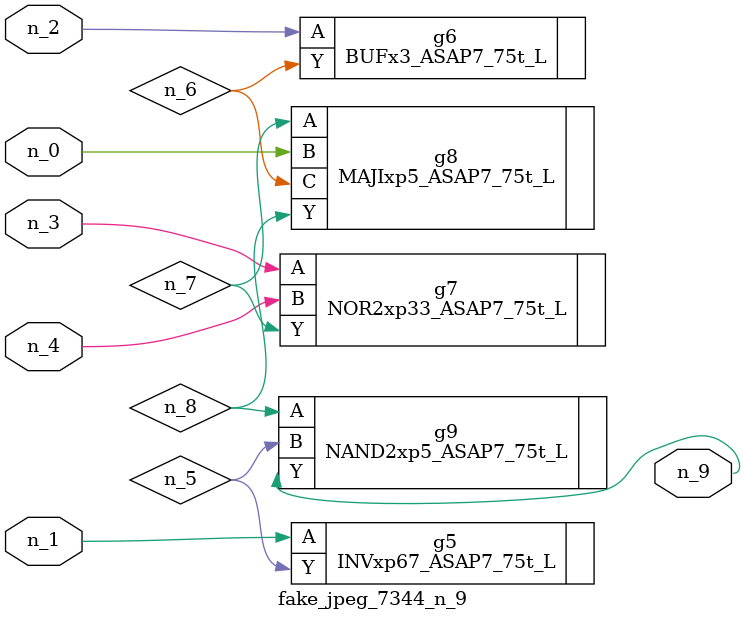
<source format=v>
module fake_jpeg_7344_n_9 (n_3, n_2, n_1, n_0, n_4, n_9);

input n_3;
input n_2;
input n_1;
input n_0;
input n_4;

output n_9;

wire n_8;
wire n_6;
wire n_5;
wire n_7;

INVxp67_ASAP7_75t_L g5 ( 
.A(n_1),
.Y(n_5)
);

BUFx3_ASAP7_75t_L g6 ( 
.A(n_2),
.Y(n_6)
);

NOR2xp33_ASAP7_75t_L g7 ( 
.A(n_3),
.B(n_4),
.Y(n_7)
);

MAJIxp5_ASAP7_75t_L g8 ( 
.A(n_7),
.B(n_0),
.C(n_6),
.Y(n_8)
);

NAND2xp5_ASAP7_75t_L g9 ( 
.A(n_8),
.B(n_5),
.Y(n_9)
);


endmodule
</source>
